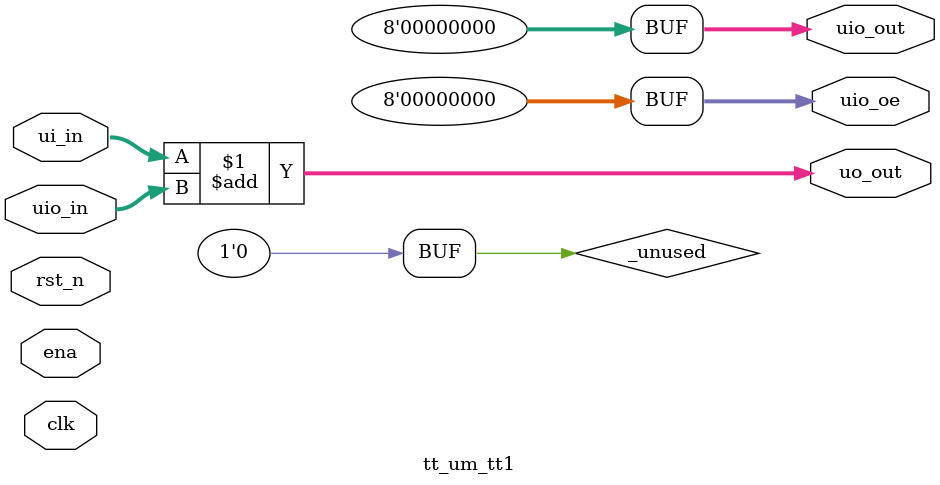
<source format=v>
/*
 * Copyright (c) 2024 Your Name
 * SPDX-License-Identifier: Apache-2.0
 */

`default_nettype none

module tt_um_tt1 (
    input  wire [7:0] ui_in,    // Dedicated inputs
    output wire [7:0] uo_out,   // Dedicated outputs
    input  wire [7:0] uio_in,   // IOs: Input path
    output wire [7:0] uio_out,  // IOs: Output path
    output wire [7:0] uio_oe,   // IOs: Enable path (active high: 0=input, 1=output)
    input  wire       ena,      // always 1 when the design is powered, so you can ignore it
    input  wire       clk,      // clock
    input  wire       rst_n     // reset_n - low to reset
);

  // All output pins must be assigned. If not used, assign to 0.
  assign uo_out  = ui_in + uio_in;  // Example: ou_out is the sum of ui_in and uio_in
  assign uio_out = 0;
  assign uio_oe  = 0;

  // List all unused inputs to prevent warnings
  wire _unused = &{ena, clk, rst_n, 1'b0};

endmodule

</source>
